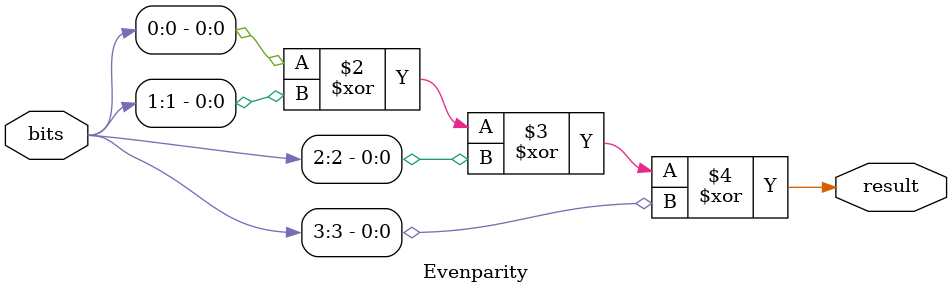
<source format=v>
`timescale 1ns / 1ps
module Evenparity(bits, result
    );
	input [3:0] bits;
	output reg result;
	always @ (bits)
	begin
		result <= ((bits[0]^bits[1])^bits[2])^bits[3];
	end
endmodule

</source>
